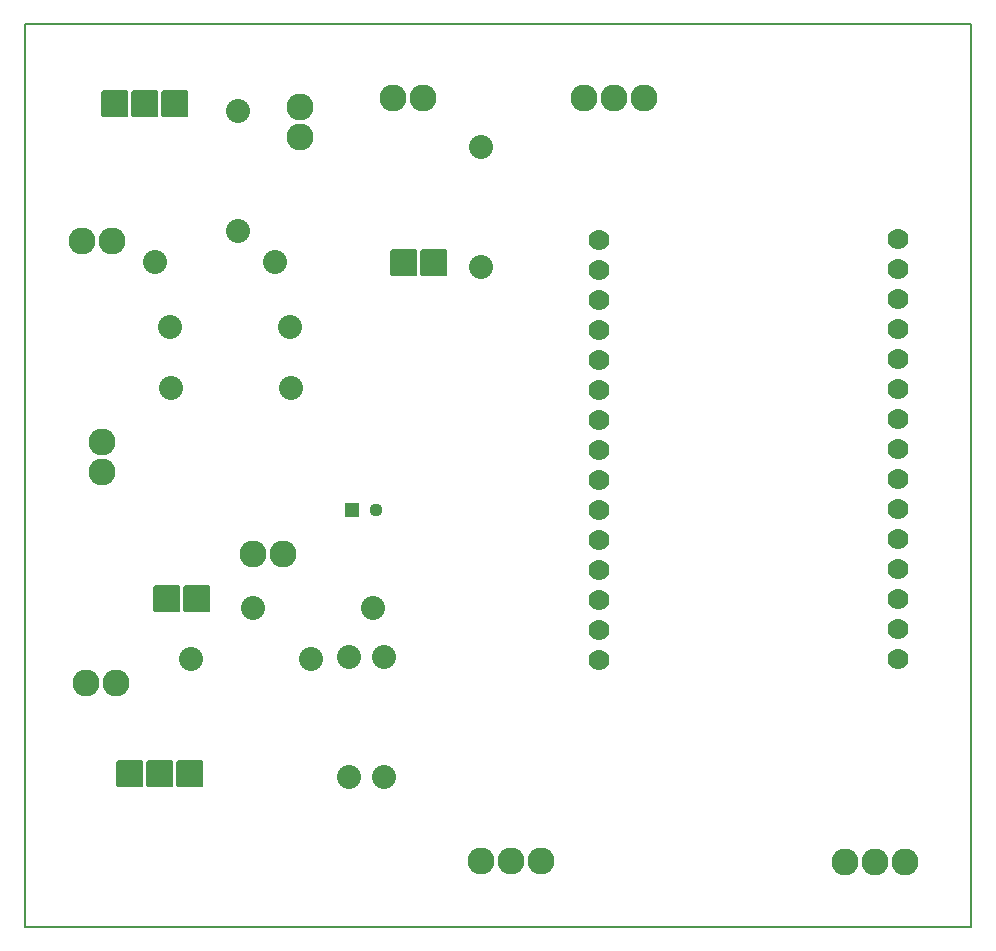
<source format=gbr>
G04 PROTEUS GERBER X2 FILE*
%TF.GenerationSoftware,Labcenter,Proteus,8.6-SP2-Build23525*%
%TF.CreationDate,2021-11-18T02:18:18+00:00*%
%TF.FileFunction,Soldermask,Top*%
%TF.FilePolarity,Negative*%
%TF.Part,Single*%
%FSLAX45Y45*%
%MOMM*%
G01*
%TA.AperFunction,Material*%
%ADD23C,1.778000*%
%TA.AperFunction,Material*%
%ADD24C,2.286000*%
%AMPPAD017*
4,1,36,
1.016000,-1.143000,
-1.016000,-1.143000,
-1.041970,-1.140470,
-1.065980,-1.133200,
-1.087580,-1.121650,
-1.106290,-1.106290,
-1.121650,-1.087570,
-1.133200,-1.065980,
-1.140470,-1.041970,
-1.143000,-1.016000,
-1.143000,1.016000,
-1.140470,1.041970,
-1.133200,1.065980,
-1.121650,1.087570,
-1.106290,1.106290,
-1.087580,1.121650,
-1.065980,1.133200,
-1.041970,1.140470,
-1.016000,1.143000,
1.016000,1.143000,
1.041970,1.140470,
1.065980,1.133200,
1.087580,1.121650,
1.106290,1.106290,
1.121650,1.087570,
1.133200,1.065980,
1.140470,1.041970,
1.143000,1.016000,
1.143000,-1.016000,
1.140470,-1.041970,
1.133200,-1.065980,
1.121650,-1.087570,
1.106290,-1.106290,
1.087580,-1.121650,
1.065980,-1.133200,
1.041970,-1.140470,
1.016000,-1.143000,
0*%
%ADD25PPAD017*%
%TA.AperFunction,Material*%
%ADD26C,2.032000*%
%AMPPAD019*
4,1,4,
-0.560000,0.560000,
0.560000,0.560000,
0.560000,-0.560000,
-0.560000,-0.560000,
-0.560000,0.560000,
0*%
%ADD27PPAD019*%
%ADD28C,1.120000*%
%TA.AperFunction,Profile*%
%ADD17C,0.203200*%
%TD.AperFunction*%
D23*
X-6000000Y+2930000D03*
X-6000000Y+2676000D03*
X-6000000Y+2422000D03*
X-6000000Y+2168000D03*
X-6000000Y+1914000D03*
X-6000000Y+1660000D03*
X-6000000Y+1406000D03*
X-6000000Y+1152000D03*
X-6000000Y+898000D03*
X-6000000Y+644000D03*
X-6000000Y+390000D03*
X-6000000Y+136000D03*
X-6000000Y-118000D03*
X-6000000Y-372000D03*
X-6000000Y-626000D03*
X-6000000Y-372000D03*
X-3470000Y+2940000D03*
X-3470000Y+2686000D03*
X-3470000Y+2432000D03*
X-3470000Y+2178000D03*
X-3470000Y+1924000D03*
X-3470000Y+1670000D03*
X-3470000Y+1416000D03*
X-3470000Y+1162000D03*
X-3470000Y+908000D03*
X-3470000Y+654000D03*
X-3470000Y+400000D03*
X-3470000Y+146000D03*
X-3470000Y-108000D03*
X-3470000Y-362000D03*
X-3470000Y-616000D03*
D24*
X-5620000Y+4130000D03*
X-5874000Y+4130000D03*
X-6128000Y+4130000D03*
X-7490000Y+4130000D03*
X-7744000Y+4130000D03*
X-10210000Y+960000D03*
X-10210000Y+1214000D03*
X-10120000Y+2920000D03*
X-10374000Y+2920000D03*
D25*
X-9586000Y+4080000D03*
X-9840000Y+4080000D03*
X-10094000Y+4080000D03*
D26*
X-9060000Y+3000000D03*
X-9060000Y+4016000D03*
X-9760000Y+2740000D03*
X-8744000Y+2740000D03*
D24*
X-8530000Y+3800000D03*
X-8530000Y+4054000D03*
D26*
X-7000000Y+2700000D03*
X-7000000Y+3716000D03*
D25*
X-7650000Y+2730000D03*
X-7396000Y+2730000D03*
D26*
X-9630000Y+2190000D03*
X-8614000Y+2190000D03*
D24*
X-10090000Y-820000D03*
X-10344000Y-820000D03*
D25*
X-9466000Y-1590000D03*
X-9720000Y-1590000D03*
X-9974000Y-1590000D03*
D26*
X-7820000Y-600000D03*
X-7820000Y-1616000D03*
X-8120000Y-1620000D03*
X-8120000Y-604000D03*
D24*
X-8930000Y+270000D03*
X-8676000Y+270000D03*
D26*
X-9450000Y-620000D03*
X-8434000Y-620000D03*
D25*
X-9660000Y-110000D03*
X-9406000Y-110000D03*
D27*
X-8090000Y+640000D03*
D28*
X-7890000Y+640000D03*
D26*
X-9625000Y+1675000D03*
X-8609000Y+1675000D03*
X-7915000Y-185000D03*
X-8931000Y-185000D03*
D24*
X-3920000Y-2340000D03*
X-3666000Y-2340000D03*
X-3412000Y-2340000D03*
X-7000000Y-2330000D03*
X-6746000Y-2330000D03*
X-6492000Y-2330000D03*
D17*
X-10860000Y-2890000D02*
X-2850000Y-2890000D01*
X-2850000Y+4760000D01*
X-10860000Y+4760000D01*
X-10860000Y-2890000D01*
M02*

</source>
